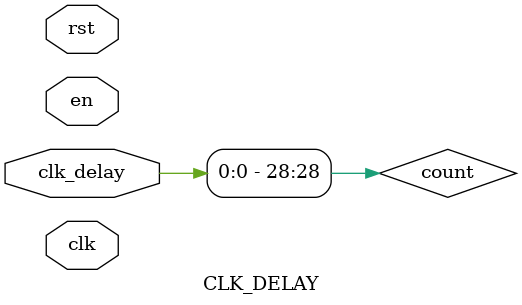
<source format=sv>
`timescale 1ns / 1ps

module CLK_DELAY(
    input logic clk,
    input logic rst,
    input logic en,
    input logic clk_delay
);

logic [31:0] count;

always_ff @(posedge clk) 
begin
    if(rst==1) 
        count<=0;
    else 
        begin
            if(en==0)
                count<=count;
            else if(en==1)
                count<=count+1;
        end
end

assign clk_delay = count[28];

endmodule

</source>
